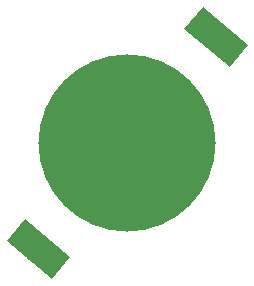
<source format=gbr>
G04 #@! TF.GenerationSoftware,KiCad,Pcbnew,5.1.2*
G04 #@! TF.CreationDate,2019-08-16T23:11:14-07:00*
G04 #@! TF.ProjectId,lofi,6c6f6669-2e6b-4696-9361-645f70636258,rev?*
G04 #@! TF.SameCoordinates,Original*
G04 #@! TF.FileFunction,Paste,Bot*
G04 #@! TF.FilePolarity,Positive*
%FSLAX46Y46*%
G04 Gerber Fmt 4.6, Leading zero omitted, Abs format (unit mm)*
G04 Created by KiCad (PCBNEW 5.1.2) date 2019-08-16 23:11:14*
%MOMM*%
%LPD*%
G04 APERTURE LIST*
%ADD10C,2.400000*%
%ADD11C,0.100000*%
%ADD12C,15.000000*%
G04 APERTURE END LIST*
D10*
X113779385Y-91462720D03*
D11*
G36*
X114923151Y-93988942D02*
G01*
X111092929Y-90775004D01*
X112635619Y-88936498D01*
X116465841Y-92150436D01*
X114923151Y-93988942D01*
X114923151Y-93988942D01*
G37*
D12*
X121300000Y-82500000D03*
D10*
X128820615Y-73537280D03*
D11*
G36*
X129964381Y-76063502D02*
G01*
X126134159Y-72849564D01*
X127676849Y-71011058D01*
X131507071Y-74224996D01*
X129964381Y-76063502D01*
X129964381Y-76063502D01*
G37*
M02*

</source>
